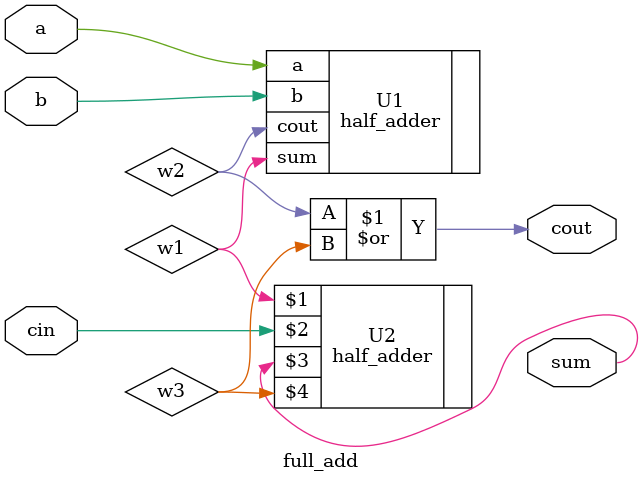
<source format=v>
`timescale 1ns / 1ps

module full_add(a, b, cin, sum, cout);
    input a, b, cin;
    output sum, cout;
    wire w1, w2, w3; // It's possible to skip declaring if the wire is 1-bit

    half_adder U1(.a(a), .b(b), .sum(w1), .cout(w2)); // Port mapping by name
    half_adder U2(w1, cin, sum, w3);                   // Port mapping by position
    or         U3(cout, w2, w3);                      // Gate primitive instance
endmodule

</source>
